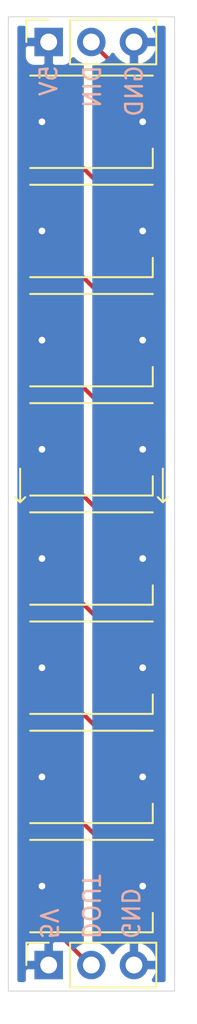
<source format=kicad_pcb>
(kicad_pcb (version 20171130) (host pcbnew "(5.1.2)-2")

  (general
    (thickness 1.6)
    (drawings 17)
    (tracks 74)
    (zones 0)
    (modules 10)
    (nets 12)
  )

  (page A4)
  (layers
    (0 F.Cu signal)
    (31 B.Cu signal)
    (32 B.Adhes user)
    (33 F.Adhes user)
    (34 B.Paste user)
    (35 F.Paste user)
    (36 B.SilkS user)
    (37 F.SilkS user)
    (38 B.Mask user)
    (39 F.Mask user)
    (40 Dwgs.User user)
    (41 Cmts.User user)
    (42 Eco1.User user)
    (43 Eco2.User user)
    (44 Edge.Cuts user)
    (45 Margin user)
    (46 B.CrtYd user)
    (47 F.CrtYd user)
    (48 B.Fab user hide)
    (49 F.Fab user hide)
  )

  (setup
    (last_trace_width 0.25)
    (trace_clearance 0.2)
    (zone_clearance 0.508)
    (zone_45_only no)
    (trace_min 0.2)
    (via_size 0.8)
    (via_drill 0.4)
    (via_min_size 0.4)
    (via_min_drill 0.3)
    (uvia_size 0.3)
    (uvia_drill 0.1)
    (uvias_allowed no)
    (uvia_min_size 0.2)
    (uvia_min_drill 0.1)
    (edge_width 0.05)
    (segment_width 0.2)
    (pcb_text_width 0.3)
    (pcb_text_size 1.5 1.5)
    (mod_edge_width 0.12)
    (mod_text_size 1 1)
    (mod_text_width 0.15)
    (pad_size 1.524 1.524)
    (pad_drill 0.762)
    (pad_to_mask_clearance 0.051)
    (solder_mask_min_width 0.25)
    (aux_axis_origin 0 0)
    (visible_elements 7FFFFFFF)
    (pcbplotparams
      (layerselection 0x010fc_ffffffff)
      (usegerberextensions true)
      (usegerberattributes false)
      (usegerberadvancedattributes false)
      (creategerberjobfile false)
      (excludeedgelayer true)
      (linewidth 0.100000)
      (plotframeref false)
      (viasonmask false)
      (mode 1)
      (useauxorigin false)
      (hpglpennumber 1)
      (hpglpenspeed 20)
      (hpglpendiameter 15.000000)
      (psnegative false)
      (psa4output false)
      (plotreference true)
      (plotvalue true)
      (plotinvisibletext false)
      (padsonsilk false)
      (subtractmaskfromsilk false)
      (outputformat 1)
      (mirror false)
      (drillshape 0)
      (scaleselection 1)
      (outputdirectory "gerb_leds"))
  )

  (net 0 "")
  (net 1 "Net-(D1-Pad2)")
  (net 2 /DIN)
  (net 3 GND)
  (net 4 "Net-(D2-Pad2)")
  (net 5 "Net-(D3-Pad2)")
  (net 6 "Net-(D4-Pad2)")
  (net 7 "Net-(D5-Pad2)")
  (net 8 "Net-(D6-Pad2)")
  (net 9 "Net-(D7-Pad2)")
  (net 10 /DOUT)
  (net 11 +5V)

  (net_class Default "This is the default net class."
    (clearance 0.2)
    (trace_width 0.25)
    (via_dia 0.8)
    (via_drill 0.4)
    (uvia_dia 0.3)
    (uvia_drill 0.1)
    (add_net +5V)
    (add_net /DIN)
    (add_net /DOUT)
    (add_net GND)
    (add_net "Net-(D1-Pad2)")
    (add_net "Net-(D2-Pad2)")
    (add_net "Net-(D3-Pad2)")
    (add_net "Net-(D4-Pad2)")
    (add_net "Net-(D5-Pad2)")
    (add_net "Net-(D6-Pad2)")
    (add_net "Net-(D7-Pad2)")
  )

  (module Connector_PinSocket_2.54mm:PinSocket_1x03_P2.54mm_Vertical (layer F.Cu) (tedit 5A19A429) (tstamp 5D8B398D)
    (at 157.4 101.45 90)
    (descr "Through hole straight socket strip, 1x03, 2.54mm pitch, single row (from Kicad 4.0.7), script generated")
    (tags "Through hole socket strip THT 1x03 2.54mm single row")
    (path /5D8F4F44)
    (fp_text reference J2 (at 0 -2.77 90) (layer F.SilkS) hide
      (effects (font (size 1 1) (thickness 0.15)))
    )
    (fp_text value CONN_IN (at 0 7.85 90) (layer F.SilkS) hide
      (effects (font (size 1 1) (thickness 0.15)))
    )
    (fp_text user %R (at 0 2.54) (layer F.SilkS) hide
      (effects (font (size 1 1) (thickness 0.15)))
    )
    (fp_line (start -1.8 6.85) (end -1.8 -1.8) (layer F.CrtYd) (width 0.05))
    (fp_line (start 1.75 6.85) (end -1.8 6.85) (layer F.CrtYd) (width 0.05))
    (fp_line (start 1.75 -1.8) (end 1.75 6.85) (layer F.CrtYd) (width 0.05))
    (fp_line (start -1.8 -1.8) (end 1.75 -1.8) (layer F.CrtYd) (width 0.05))
    (fp_line (start 0 -1.33) (end 1.33 -1.33) (layer F.SilkS) (width 0.12))
    (fp_line (start 1.33 -1.33) (end 1.33 0) (layer F.SilkS) (width 0.12))
    (fp_line (start 1.33 1.27) (end 1.33 6.41) (layer F.SilkS) (width 0.12))
    (fp_line (start -1.33 6.41) (end 1.33 6.41) (layer F.SilkS) (width 0.12))
    (fp_line (start -1.33 1.27) (end -1.33 6.41) (layer F.SilkS) (width 0.12))
    (fp_line (start -1.33 1.27) (end 1.33 1.27) (layer F.SilkS) (width 0.12))
    (fp_line (start -1.27 6.35) (end -1.27 -1.27) (layer F.Fab) (width 0.1))
    (fp_line (start 1.27 6.35) (end -1.27 6.35) (layer F.Fab) (width 0.1))
    (fp_line (start 1.27 -0.635) (end 1.27 6.35) (layer F.Fab) (width 0.1))
    (fp_line (start 0.635 -1.27) (end 1.27 -0.635) (layer F.Fab) (width 0.1))
    (fp_line (start -1.27 -1.27) (end 0.635 -1.27) (layer F.Fab) (width 0.1))
    (pad 3 thru_hole oval (at 0 5.08 90) (size 1.7 1.7) (drill 1) (layers *.Cu *.Mask)
      (net 3 GND))
    (pad 2 thru_hole oval (at 0 2.54 90) (size 1.7 1.7) (drill 1) (layers *.Cu *.Mask)
      (net 10 /DOUT))
    (pad 1 thru_hole rect (at 0 0 90) (size 1.7 1.7) (drill 1) (layers *.Cu *.Mask)
      (net 11 +5V))
  )

  (module Connector_PinSocket_2.54mm:PinSocket_1x03_P2.54mm_Vertical (layer F.Cu) (tedit 5A19A429) (tstamp 5D8B503B)
    (at 157.4 46.5 90)
    (descr "Through hole straight socket strip, 1x03, 2.54mm pitch, single row (from Kicad 4.0.7), script generated")
    (tags "Through hole socket strip THT 1x03 2.54mm single row")
    (path /5D8F15BB)
    (fp_text reference J1 (at 0 -2.77 90) (layer F.SilkS) hide
      (effects (font (size 1 1) (thickness 0.15)))
    )
    (fp_text value CONN_IN (at 0 7.85 90) (layer F.SilkS) hide
      (effects (font (size 1 1) (thickness 0.15)))
    )
    (fp_text user %R (at 0 2.54) (layer F.SilkS) hide
      (effects (font (size 1 1) (thickness 0.15)))
    )
    (fp_line (start -1.8 6.85) (end -1.8 -1.8) (layer F.CrtYd) (width 0.05))
    (fp_line (start 1.75 6.85) (end -1.8 6.85) (layer F.CrtYd) (width 0.05))
    (fp_line (start 1.75 -1.8) (end 1.75 6.85) (layer F.CrtYd) (width 0.05))
    (fp_line (start -1.8 -1.8) (end 1.75 -1.8) (layer F.CrtYd) (width 0.05))
    (fp_line (start 0 -1.33) (end 1.33 -1.33) (layer F.SilkS) (width 0.12))
    (fp_line (start 1.33 -1.33) (end 1.33 0) (layer F.SilkS) (width 0.12))
    (fp_line (start 1.33 1.27) (end 1.33 6.41) (layer F.SilkS) (width 0.12))
    (fp_line (start -1.33 6.41) (end 1.33 6.41) (layer F.SilkS) (width 0.12))
    (fp_line (start -1.33 1.27) (end -1.33 6.41) (layer F.SilkS) (width 0.12))
    (fp_line (start -1.33 1.27) (end 1.33 1.27) (layer F.SilkS) (width 0.12))
    (fp_line (start -1.27 6.35) (end -1.27 -1.27) (layer F.Fab) (width 0.1))
    (fp_line (start 1.27 6.35) (end -1.27 6.35) (layer F.Fab) (width 0.1))
    (fp_line (start 1.27 -0.635) (end 1.27 6.35) (layer F.Fab) (width 0.1))
    (fp_line (start 0.635 -1.27) (end 1.27 -0.635) (layer F.Fab) (width 0.1))
    (fp_line (start -1.27 -1.27) (end 0.635 -1.27) (layer F.Fab) (width 0.1))
    (pad 3 thru_hole oval (at 0 5.08 90) (size 1.7 1.7) (drill 1) (layers *.Cu *.Mask)
      (net 3 GND))
    (pad 2 thru_hole oval (at 0 2.54 90) (size 1.7 1.7) (drill 1) (layers *.Cu *.Mask)
      (net 2 /DIN))
    (pad 1 thru_hole rect (at 0 0 90) (size 1.7 1.7) (drill 1) (layers *.Cu *.Mask)
      (net 11 +5V))
  )

  (module LED_SMD:LED_WS2812B_PLCC4_5.0x5.0mm_P3.2mm (layer F.Cu) (tedit 5AA4B285) (tstamp 5D8B5377)
    (at 159.95 96.75)
    (descr https://cdn-shop.adafruit.com/datasheets/WS2812B.pdf)
    (tags "LED RGB NeoPixel")
    (path /5D8D2E6C)
    (attr smd)
    (fp_text reference D8 (at 0 -3.5) (layer F.SilkS) hide
      (effects (font (size 1 1) (thickness 0.15)))
    )
    (fp_text value WS2812B (at 0 4) (layer F.SilkS) hide
      (effects (font (size 1 1) (thickness 0.15)))
    )
    (fp_circle (center 0 0) (end 0 -2) (layer F.Fab) (width 0.1))
    (fp_line (start 3.65 2.75) (end 3.65 1.6) (layer F.SilkS) (width 0.12))
    (fp_line (start -3.65 2.75) (end 3.65 2.75) (layer F.SilkS) (width 0.12))
    (fp_line (start -3.65 -2.75) (end 3.65 -2.75) (layer F.SilkS) (width 0.12))
    (fp_line (start 2.5 -2.5) (end -2.5 -2.5) (layer F.Fab) (width 0.1))
    (fp_line (start 2.5 2.5) (end 2.5 -2.5) (layer F.Fab) (width 0.1))
    (fp_line (start -2.5 2.5) (end 2.5 2.5) (layer F.Fab) (width 0.1))
    (fp_line (start -2.5 -2.5) (end -2.5 2.5) (layer F.Fab) (width 0.1))
    (fp_line (start 2.5 1.5) (end 1.5 2.5) (layer F.Fab) (width 0.1))
    (fp_line (start -3.45 -2.75) (end -3.45 2.75) (layer F.CrtYd) (width 0.05))
    (fp_line (start -3.45 2.75) (end 3.45 2.75) (layer F.CrtYd) (width 0.05))
    (fp_line (start 3.45 2.75) (end 3.45 -2.75) (layer F.CrtYd) (width 0.05))
    (fp_line (start 3.45 -2.75) (end -3.45 -2.75) (layer F.CrtYd) (width 0.05))
    (fp_text user %R (at 0 0) (layer F.SilkS) hide
      (effects (font (size 0.8 0.8) (thickness 0.15)))
    )
    (fp_text user 1 (at -4.15 -1.6) (layer F.SilkS) hide
      (effects (font (size 1 1) (thickness 0.15)))
    )
    (pad 1 smd rect (at -2.45 -1.6) (size 1.5 1) (layers F.Cu F.Paste F.Mask)
      (net 11 +5V))
    (pad 2 smd rect (at -2.45 1.6) (size 1.5 1) (layers F.Cu F.Paste F.Mask)
      (net 10 /DOUT))
    (pad 4 smd rect (at 2.45 -1.6) (size 1.5 1) (layers F.Cu F.Paste F.Mask)
      (net 9 "Net-(D7-Pad2)"))
    (pad 3 smd rect (at 2.45 1.6) (size 1.5 1) (layers F.Cu F.Paste F.Mask)
      (net 3 GND))
    (model ${KISYS3DMOD}/LED_SMD.3dshapes/LED_RGB_5050-6.step
      (at (xyz 0 0 0))
      (scale (xyz 1 1 1))
      (rotate (xyz 0 0 0))
    )
  )

  (module LED_SMD:LED_WS2812B_PLCC4_5.0x5.0mm_P3.2mm (layer F.Cu) (tedit 5AA4B285) (tstamp 5D8B3903)
    (at 159.95 90.25)
    (descr https://cdn-shop.adafruit.com/datasheets/WS2812B.pdf)
    (tags "LED RGB NeoPixel")
    (path /5D8D2E4C)
    (attr smd)
    (fp_text reference D7 (at 0 -3.5) (layer F.SilkS) hide
      (effects (font (size 1 1) (thickness 0.15)))
    )
    (fp_text value WS2812B (at 0 4) (layer F.SilkS) hide
      (effects (font (size 1 1) (thickness 0.15)))
    )
    (fp_circle (center 0 0) (end 0 -2) (layer F.Fab) (width 0.1))
    (fp_line (start 3.65 2.75) (end 3.65 1.6) (layer F.SilkS) (width 0.12))
    (fp_line (start -3.65 2.75) (end 3.65 2.75) (layer F.SilkS) (width 0.12))
    (fp_line (start -3.65 -2.75) (end 3.65 -2.75) (layer F.SilkS) (width 0.12))
    (fp_line (start 2.5 -2.5) (end -2.5 -2.5) (layer F.Fab) (width 0.1))
    (fp_line (start 2.5 2.5) (end 2.5 -2.5) (layer F.Fab) (width 0.1))
    (fp_line (start -2.5 2.5) (end 2.5 2.5) (layer F.Fab) (width 0.1))
    (fp_line (start -2.5 -2.5) (end -2.5 2.5) (layer F.Fab) (width 0.1))
    (fp_line (start 2.5 1.5) (end 1.5 2.5) (layer F.Fab) (width 0.1))
    (fp_line (start -3.45 -2.75) (end -3.45 2.75) (layer F.CrtYd) (width 0.05))
    (fp_line (start -3.45 2.75) (end 3.45 2.75) (layer F.CrtYd) (width 0.05))
    (fp_line (start 3.45 2.75) (end 3.45 -2.75) (layer F.CrtYd) (width 0.05))
    (fp_line (start 3.45 -2.75) (end -3.45 -2.75) (layer F.CrtYd) (width 0.05))
    (fp_text user %R (at 0 0) (layer F.SilkS) hide
      (effects (font (size 0.8 0.8) (thickness 0.15)))
    )
    (fp_text user 1 (at -4.15 -1.6) (layer F.SilkS) hide
      (effects (font (size 1 1) (thickness 0.15)))
    )
    (pad 1 smd rect (at -2.45 -1.6) (size 1.5 1) (layers F.Cu F.Paste F.Mask)
      (net 11 +5V))
    (pad 2 smd rect (at -2.45 1.6) (size 1.5 1) (layers F.Cu F.Paste F.Mask)
      (net 9 "Net-(D7-Pad2)"))
    (pad 4 smd rect (at 2.45 -1.6) (size 1.5 1) (layers F.Cu F.Paste F.Mask)
      (net 8 "Net-(D6-Pad2)"))
    (pad 3 smd rect (at 2.45 1.6) (size 1.5 1) (layers F.Cu F.Paste F.Mask)
      (net 3 GND))
    (model ${KISYS3DMOD}/LED_SMD.3dshapes/LED_RGB_5050-6.step
      (at (xyz 0 0 0))
      (scale (xyz 1 1 1))
      (rotate (xyz 0 0 0))
    )
  )

  (module LED_SMD:LED_WS2812B_PLCC4_5.0x5.0mm_P3.2mm (layer F.Cu) (tedit 5AA4B285) (tstamp 5D8B38EC)
    (at 159.95 83.75)
    (descr https://cdn-shop.adafruit.com/datasheets/WS2812B.pdf)
    (tags "LED RGB NeoPixel")
    (path /5D8D2E2B)
    (attr smd)
    (fp_text reference D6 (at 0 -3.5) (layer F.SilkS) hide
      (effects (font (size 1 1) (thickness 0.15)))
    )
    (fp_text value WS2812B (at 0 4) (layer F.SilkS) hide
      (effects (font (size 1 1) (thickness 0.15)))
    )
    (fp_circle (center 0 0) (end 0 -2) (layer F.Fab) (width 0.1))
    (fp_line (start 3.65 2.75) (end 3.65 1.6) (layer F.SilkS) (width 0.12))
    (fp_line (start -3.65 2.75) (end 3.65 2.75) (layer F.SilkS) (width 0.12))
    (fp_line (start -3.65 -2.75) (end 3.65 -2.75) (layer F.SilkS) (width 0.12))
    (fp_line (start 2.5 -2.5) (end -2.5 -2.5) (layer F.Fab) (width 0.1))
    (fp_line (start 2.5 2.5) (end 2.5 -2.5) (layer F.Fab) (width 0.1))
    (fp_line (start -2.5 2.5) (end 2.5 2.5) (layer F.Fab) (width 0.1))
    (fp_line (start -2.5 -2.5) (end -2.5 2.5) (layer F.Fab) (width 0.1))
    (fp_line (start 2.5 1.5) (end 1.5 2.5) (layer F.Fab) (width 0.1))
    (fp_line (start -3.45 -2.75) (end -3.45 2.75) (layer F.CrtYd) (width 0.05))
    (fp_line (start -3.45 2.75) (end 3.45 2.75) (layer F.CrtYd) (width 0.05))
    (fp_line (start 3.45 2.75) (end 3.45 -2.75) (layer F.CrtYd) (width 0.05))
    (fp_line (start 3.45 -2.75) (end -3.45 -2.75) (layer F.CrtYd) (width 0.05))
    (fp_text user %R (at 0 0) (layer F.SilkS) hide
      (effects (font (size 0.8 0.8) (thickness 0.15)))
    )
    (fp_text user 1 (at -4.15 -1.6) (layer F.SilkS) hide
      (effects (font (size 1 1) (thickness 0.15)))
    )
    (pad 1 smd rect (at -2.45 -1.6) (size 1.5 1) (layers F.Cu F.Paste F.Mask)
      (net 11 +5V))
    (pad 2 smd rect (at -2.45 1.6) (size 1.5 1) (layers F.Cu F.Paste F.Mask)
      (net 8 "Net-(D6-Pad2)"))
    (pad 4 smd rect (at 2.45 -1.6) (size 1.5 1) (layers F.Cu F.Paste F.Mask)
      (net 7 "Net-(D5-Pad2)"))
    (pad 3 smd rect (at 2.45 1.6) (size 1.5 1) (layers F.Cu F.Paste F.Mask)
      (net 3 GND))
    (model ${KISYS3DMOD}/LED_SMD.3dshapes/LED_RGB_5050-6.step
      (at (xyz 0 0 0))
      (scale (xyz 1 1 1))
      (rotate (xyz 0 0 0))
    )
  )

  (module LED_SMD:LED_WS2812B_PLCC4_5.0x5.0mm_P3.2mm (layer F.Cu) (tedit 5AA4B285) (tstamp 5D8B38D5)
    (at 159.95 77.25)
    (descr https://cdn-shop.adafruit.com/datasheets/WS2812B.pdf)
    (tags "LED RGB NeoPixel")
    (path /5D8D2E0A)
    (attr smd)
    (fp_text reference D5 (at 0 -3.5) (layer F.SilkS) hide
      (effects (font (size 1 1) (thickness 0.15)))
    )
    (fp_text value WS2812B (at 0 4) (layer F.SilkS) hide
      (effects (font (size 1 1) (thickness 0.15)))
    )
    (fp_circle (center 0 0) (end 0 -2) (layer F.Fab) (width 0.1))
    (fp_line (start 3.65 2.75) (end 3.65 1.6) (layer F.SilkS) (width 0.12))
    (fp_line (start -3.65 2.75) (end 3.65 2.75) (layer F.SilkS) (width 0.12))
    (fp_line (start -3.65 -2.75) (end 3.65 -2.75) (layer F.SilkS) (width 0.12))
    (fp_line (start 2.5 -2.5) (end -2.5 -2.5) (layer F.Fab) (width 0.1))
    (fp_line (start 2.5 2.5) (end 2.5 -2.5) (layer F.Fab) (width 0.1))
    (fp_line (start -2.5 2.5) (end 2.5 2.5) (layer F.Fab) (width 0.1))
    (fp_line (start -2.5 -2.5) (end -2.5 2.5) (layer F.Fab) (width 0.1))
    (fp_line (start 2.5 1.5) (end 1.5 2.5) (layer F.Fab) (width 0.1))
    (fp_line (start -3.45 -2.75) (end -3.45 2.75) (layer F.CrtYd) (width 0.05))
    (fp_line (start -3.45 2.75) (end 3.45 2.75) (layer F.CrtYd) (width 0.05))
    (fp_line (start 3.45 2.75) (end 3.45 -2.75) (layer F.CrtYd) (width 0.05))
    (fp_line (start 3.45 -2.75) (end -3.45 -2.75) (layer F.CrtYd) (width 0.05))
    (fp_text user %R (at 0 0) (layer F.SilkS) hide
      (effects (font (size 0.8 0.8) (thickness 0.15)))
    )
    (fp_text user 1 (at -4.15 -1.6) (layer F.SilkS) hide
      (effects (font (size 1 1) (thickness 0.15)))
    )
    (pad 1 smd rect (at -2.45 -1.6) (size 1.5 1) (layers F.Cu F.Paste F.Mask)
      (net 11 +5V))
    (pad 2 smd rect (at -2.45 1.6) (size 1.5 1) (layers F.Cu F.Paste F.Mask)
      (net 7 "Net-(D5-Pad2)"))
    (pad 4 smd rect (at 2.45 -1.6) (size 1.5 1) (layers F.Cu F.Paste F.Mask)
      (net 6 "Net-(D4-Pad2)"))
    (pad 3 smd rect (at 2.45 1.6) (size 1.5 1) (layers F.Cu F.Paste F.Mask)
      (net 3 GND))
    (model ${KISYS3DMOD}/LED_SMD.3dshapes/LED_RGB_5050-6.step
      (at (xyz 0 0 0))
      (scale (xyz 1 1 1))
      (rotate (xyz 0 0 0))
    )
  )

  (module LED_SMD:LED_WS2812B_PLCC4_5.0x5.0mm_P3.2mm (layer F.Cu) (tedit 5AA4B285) (tstamp 5D8B38BE)
    (at 159.95 70.75)
    (descr https://cdn-shop.adafruit.com/datasheets/WS2812B.pdf)
    (tags "LED RGB NeoPixel")
    (path /5D8CF818)
    (attr smd)
    (fp_text reference D4 (at 0 -3.5) (layer F.SilkS) hide
      (effects (font (size 1 1) (thickness 0.15)))
    )
    (fp_text value WS2812B (at 0 4) (layer F.SilkS) hide
      (effects (font (size 1 1) (thickness 0.15)))
    )
    (fp_circle (center 0 0) (end 0 -2) (layer F.Fab) (width 0.1))
    (fp_line (start 3.65 2.75) (end 3.65 1.6) (layer F.SilkS) (width 0.12))
    (fp_line (start -3.65 2.75) (end 3.65 2.75) (layer F.SilkS) (width 0.12))
    (fp_line (start -3.65 -2.75) (end 3.65 -2.75) (layer F.SilkS) (width 0.12))
    (fp_line (start 2.5 -2.5) (end -2.5 -2.5) (layer F.Fab) (width 0.1))
    (fp_line (start 2.5 2.5) (end 2.5 -2.5) (layer F.Fab) (width 0.1))
    (fp_line (start -2.5 2.5) (end 2.5 2.5) (layer F.Fab) (width 0.1))
    (fp_line (start -2.5 -2.5) (end -2.5 2.5) (layer F.Fab) (width 0.1))
    (fp_line (start 2.5 1.5) (end 1.5 2.5) (layer F.Fab) (width 0.1))
    (fp_line (start -3.45 -2.75) (end -3.45 2.75) (layer F.CrtYd) (width 0.05))
    (fp_line (start -3.45 2.75) (end 3.45 2.75) (layer F.CrtYd) (width 0.05))
    (fp_line (start 3.45 2.75) (end 3.45 -2.75) (layer F.CrtYd) (width 0.05))
    (fp_line (start 3.45 -2.75) (end -3.45 -2.75) (layer F.CrtYd) (width 0.05))
    (fp_text user %R (at 0 0) (layer F.SilkS) hide
      (effects (font (size 0.8 0.8) (thickness 0.15)))
    )
    (fp_text user 1 (at -4.15 -1.6) (layer F.SilkS) hide
      (effects (font (size 1 1) (thickness 0.15)))
    )
    (pad 1 smd rect (at -2.45 -1.6) (size 1.5 1) (layers F.Cu F.Paste F.Mask)
      (net 11 +5V))
    (pad 2 smd rect (at -2.45 1.6) (size 1.5 1) (layers F.Cu F.Paste F.Mask)
      (net 6 "Net-(D4-Pad2)"))
    (pad 4 smd rect (at 2.45 -1.6) (size 1.5 1) (layers F.Cu F.Paste F.Mask)
      (net 5 "Net-(D3-Pad2)"))
    (pad 3 smd rect (at 2.45 1.6) (size 1.5 1) (layers F.Cu F.Paste F.Mask)
      (net 3 GND))
    (model ${KISYS3DMOD}/LED_SMD.3dshapes/LED_RGB_5050-6.step
      (at (xyz 0 0 0))
      (scale (xyz 1 1 1))
      (rotate (xyz 0 0 0))
    )
  )

  (module LED_SMD:LED_WS2812B_PLCC4_5.0x5.0mm_P3.2mm (layer F.Cu) (tedit 5AA4B285) (tstamp 5D8B38A7)
    (at 159.95 64.25)
    (descr https://cdn-shop.adafruit.com/datasheets/WS2812B.pdf)
    (tags "LED RGB NeoPixel")
    (path /5D8CF7F7)
    (attr smd)
    (fp_text reference D3 (at 0 -3.5) (layer F.SilkS) hide
      (effects (font (size 1 1) (thickness 0.15)))
    )
    (fp_text value WS2812B (at 0 4) (layer F.SilkS) hide
      (effects (font (size 1 1) (thickness 0.15)))
    )
    (fp_circle (center 0 0) (end 0 -2) (layer F.Fab) (width 0.1))
    (fp_line (start 3.65 2.75) (end 3.65 1.6) (layer F.SilkS) (width 0.12))
    (fp_line (start -3.65 2.75) (end 3.65 2.75) (layer F.SilkS) (width 0.12))
    (fp_line (start -3.65 -2.75) (end 3.65 -2.75) (layer F.SilkS) (width 0.12))
    (fp_line (start 2.5 -2.5) (end -2.5 -2.5) (layer F.Fab) (width 0.1))
    (fp_line (start 2.5 2.5) (end 2.5 -2.5) (layer F.Fab) (width 0.1))
    (fp_line (start -2.5 2.5) (end 2.5 2.5) (layer F.Fab) (width 0.1))
    (fp_line (start -2.5 -2.5) (end -2.5 2.5) (layer F.Fab) (width 0.1))
    (fp_line (start 2.5 1.5) (end 1.5 2.5) (layer F.Fab) (width 0.1))
    (fp_line (start -3.45 -2.75) (end -3.45 2.75) (layer F.CrtYd) (width 0.05))
    (fp_line (start -3.45 2.75) (end 3.45 2.75) (layer F.CrtYd) (width 0.05))
    (fp_line (start 3.45 2.75) (end 3.45 -2.75) (layer F.CrtYd) (width 0.05))
    (fp_line (start 3.45 -2.75) (end -3.45 -2.75) (layer F.CrtYd) (width 0.05))
    (fp_text user %R (at 0 0) (layer F.SilkS) hide
      (effects (font (size 0.8 0.8) (thickness 0.15)))
    )
    (fp_text user 1 (at -4.15 -1.6) (layer F.SilkS) hide
      (effects (font (size 1 1) (thickness 0.15)))
    )
    (pad 1 smd rect (at -2.45 -1.6) (size 1.5 1) (layers F.Cu F.Paste F.Mask)
      (net 11 +5V))
    (pad 2 smd rect (at -2.45 1.6) (size 1.5 1) (layers F.Cu F.Paste F.Mask)
      (net 5 "Net-(D3-Pad2)"))
    (pad 4 smd rect (at 2.45 -1.6) (size 1.5 1) (layers F.Cu F.Paste F.Mask)
      (net 4 "Net-(D2-Pad2)"))
    (pad 3 smd rect (at 2.45 1.6) (size 1.5 1) (layers F.Cu F.Paste F.Mask)
      (net 3 GND))
    (model ${KISYS3DMOD}/LED_SMD.3dshapes/LED_RGB_5050-6.step
      (at (xyz 0 0 0))
      (scale (xyz 1 1 1))
      (rotate (xyz 0 0 0))
    )
  )

  (module LED_SMD:LED_WS2812B_PLCC4_5.0x5.0mm_P3.2mm (layer F.Cu) (tedit 5AA4B285) (tstamp 5D8B4B8D)
    (at 159.95 57.75)
    (descr https://cdn-shop.adafruit.com/datasheets/WS2812B.pdf)
    (tags "LED RGB NeoPixel")
    (path /5D8CD971)
    (attr smd)
    (fp_text reference D2 (at 0 -3.5) (layer F.SilkS) hide
      (effects (font (size 1 1) (thickness 0.15)))
    )
    (fp_text value WS2812B (at 0 4) (layer F.SilkS) hide
      (effects (font (size 1 1) (thickness 0.15)))
    )
    (fp_circle (center 0 0) (end 0 -2) (layer F.Fab) (width 0.1))
    (fp_line (start 3.65 2.75) (end 3.65 1.6) (layer F.SilkS) (width 0.12))
    (fp_line (start -3.65 2.75) (end 3.65 2.75) (layer F.SilkS) (width 0.12))
    (fp_line (start -3.65 -2.75) (end 3.65 -2.75) (layer F.SilkS) (width 0.12))
    (fp_line (start 2.5 -2.5) (end -2.5 -2.5) (layer F.Fab) (width 0.1))
    (fp_line (start 2.5 2.5) (end 2.5 -2.5) (layer F.Fab) (width 0.1))
    (fp_line (start -2.5 2.5) (end 2.5 2.5) (layer F.Fab) (width 0.1))
    (fp_line (start -2.5 -2.5) (end -2.5 2.5) (layer F.Fab) (width 0.1))
    (fp_line (start 2.5 1.5) (end 1.5 2.5) (layer F.Fab) (width 0.1))
    (fp_line (start -3.45 -2.75) (end -3.45 2.75) (layer F.CrtYd) (width 0.05))
    (fp_line (start -3.45 2.75) (end 3.45 2.75) (layer F.CrtYd) (width 0.05))
    (fp_line (start 3.45 2.75) (end 3.45 -2.75) (layer F.CrtYd) (width 0.05))
    (fp_line (start 3.45 -2.75) (end -3.45 -2.75) (layer F.CrtYd) (width 0.05))
    (fp_text user %R (at 0 0) (layer F.SilkS) hide
      (effects (font (size 0.8 0.8) (thickness 0.15)))
    )
    (fp_text user 1 (at -4.15 -1.6) (layer F.SilkS) hide
      (effects (font (size 1 1) (thickness 0.15)))
    )
    (pad 1 smd rect (at -2.45 -1.6) (size 1.5 1) (layers F.Cu F.Paste F.Mask)
      (net 11 +5V))
    (pad 2 smd rect (at -2.45 1.6) (size 1.5 1) (layers F.Cu F.Paste F.Mask)
      (net 4 "Net-(D2-Pad2)"))
    (pad 4 smd rect (at 2.45 -1.6) (size 1.5 1) (layers F.Cu F.Paste F.Mask)
      (net 1 "Net-(D1-Pad2)"))
    (pad 3 smd rect (at 2.45 1.6) (size 1.5 1) (layers F.Cu F.Paste F.Mask)
      (net 3 GND))
    (model ${KISYS3DMOD}/LED_SMD.3dshapes/LED_RGB_5050-6.step
      (at (xyz 0 0 0))
      (scale (xyz 1 1 1))
      (rotate (xyz 0 0 0))
    )
  )

  (module LED_SMD:LED_WS2812B_PLCC4_5.0x5.0mm_P3.2mm (layer F.Cu) (tedit 5AA4B285) (tstamp 5D8B4B34)
    (at 159.95 51.25)
    (descr https://cdn-shop.adafruit.com/datasheets/WS2812B.pdf)
    (tags "LED RGB NeoPixel")
    (path /5D8CC113)
    (attr smd)
    (fp_text reference D1 (at 0 -3.5) (layer F.SilkS) hide
      (effects (font (size 1 1) (thickness 0.15)))
    )
    (fp_text value WS2812B (at 0 4) (layer F.SilkS) hide
      (effects (font (size 1 1) (thickness 0.15)))
    )
    (fp_circle (center 0 0) (end 0 -2) (layer F.Fab) (width 0.1))
    (fp_line (start 3.65 2.75) (end 3.65 1.6) (layer F.SilkS) (width 0.12))
    (fp_line (start -3.65 2.75) (end 3.65 2.75) (layer F.SilkS) (width 0.12))
    (fp_line (start -3.65 -2.75) (end 3.65 -2.75) (layer F.SilkS) (width 0.12))
    (fp_line (start 2.5 -2.5) (end -2.5 -2.5) (layer F.Fab) (width 0.1))
    (fp_line (start 2.5 2.5) (end 2.5 -2.5) (layer F.Fab) (width 0.1))
    (fp_line (start -2.5 2.5) (end 2.5 2.5) (layer F.Fab) (width 0.1))
    (fp_line (start -2.5 -2.5) (end -2.5 2.5) (layer F.Fab) (width 0.1))
    (fp_line (start 2.5 1.5) (end 1.5 2.5) (layer F.Fab) (width 0.1))
    (fp_line (start -3.45 -2.75) (end -3.45 2.75) (layer F.CrtYd) (width 0.05))
    (fp_line (start -3.45 2.75) (end 3.45 2.75) (layer F.CrtYd) (width 0.05))
    (fp_line (start 3.45 2.75) (end 3.45 -2.75) (layer F.CrtYd) (width 0.05))
    (fp_line (start 3.45 -2.75) (end -3.45 -2.75) (layer F.CrtYd) (width 0.05))
    (fp_text user %R (at 0 0) (layer F.SilkS) hide
      (effects (font (size 0.8 0.8) (thickness 0.15)))
    )
    (fp_text user 1 (at -4.15 -1.6) (layer F.SilkS) hide
      (effects (font (size 1 1) (thickness 0.15)))
    )
    (pad 1 smd rect (at -2.45 -1.6) (size 1.5 1) (layers F.Cu F.Paste F.Mask)
      (net 11 +5V))
    (pad 2 smd rect (at -2.45 1.6) (size 1.5 1) (layers F.Cu F.Paste F.Mask)
      (net 1 "Net-(D1-Pad2)"))
    (pad 4 smd rect (at 2.45 -1.6) (size 1.5 1) (layers F.Cu F.Paste F.Mask)
      (net 2 /DIN))
    (pad 3 smd rect (at 2.45 1.6) (size 1.5 1) (layers F.Cu F.Paste F.Mask)
      (net 3 GND))
    (model ${KISYS3DMOD}/LED_SMD.3dshapes/LED_RGB_5050-6.step
      (at (xyz 0 0 0))
      (scale (xyz 1 1 1))
      (rotate (xyz 0 0 0))
    )
  )

  (gr_line (start 164.2 71.9) (end 164.2 73.9) (layer F.SilkS) (width 0.12) (tstamp 5D8B5C61))
  (gr_line (start 164.2 73.9) (end 164.5 73.6) (layer F.SilkS) (width 0.12) (tstamp 5D8B5C60))
  (gr_line (start 164.2 73.9) (end 163.9 73.6) (layer F.SilkS) (width 0.12) (tstamp 5D8B5C5F))
  (gr_line (start 155.7 73.9) (end 156 73.6) (layer F.SilkS) (width 0.12))
  (gr_line (start 155.7 73.9) (end 155.4 73.6) (layer F.SilkS) (width 0.12))
  (gr_line (start 155.7 71.9) (end 155.7 73.9) (layer F.SilkS) (width 0.12))
  (gr_text 5V (at 157.4 47.8 90) (layer B.SilkS) (tstamp 5D8B58B0)
    (effects (font (size 1 1) (thickness 0.15)) (justify left mirror))
  )
  (gr_text GND (at 162.5 47.8 90) (layer B.SilkS) (tstamp 5D8B58AF)
    (effects (font (size 1 1) (thickness 0.15)) (justify left mirror))
  )
  (gr_text DIN (at 160 47.8 90) (layer B.SilkS) (tstamp 5D8B58AE)
    (effects (font (size 1 1) (thickness 0.15)) (justify left mirror))
  )
  (gr_text 5V (at 157.4 100 270) (layer B.SilkS) (tstamp 5D8B58A7)
    (effects (font (size 1 1) (thickness 0.15)) (justify left mirror))
  )
  (gr_text DOUT (at 159.9 100 270) (layer B.SilkS)
    (effects (font (size 1 1) (thickness 0.15)) (justify left mirror))
  )
  (gr_text GND (at 162.25 100 270) (layer B.SilkS) (tstamp 5D8B58A1)
    (effects (font (size 1 1) (thickness 0.15)) (justify left mirror))
  )
  (dimension 4.95 (width 0.15) (layer Margin)
    (gr_text "4.950 mm" (at 162.425 105.6) (layer Margin)
      (effects (font (size 1 1) (thickness 0.15)))
    )
    (feature1 (pts (xy 159.95 45) (xy 159.95 104.886421)))
    (feature2 (pts (xy 164.9 45) (xy 164.9 104.886421)))
    (crossbar (pts (xy 164.9 104.3) (xy 159.95 104.3)))
    (arrow1a (pts (xy 159.95 104.3) (xy 161.076504 103.713579)))
    (arrow1b (pts (xy 159.95 104.3) (xy 161.076504 104.886421)))
    (arrow2a (pts (xy 164.9 104.3) (xy 163.773496 103.713579)))
    (arrow2b (pts (xy 164.9 104.3) (xy 163.773496 104.886421)))
  )
  (gr_line (start 164.9 45) (end 155 45) (layer Edge.Cuts) (width 0.05) (tstamp 5D8B3AAE))
  (gr_line (start 164.9 103) (end 164.9 45) (layer Edge.Cuts) (width 0.05))
  (gr_line (start 155 103) (end 164.9 103) (layer Edge.Cuts) (width 0.05))
  (gr_line (start 155 45) (end 155 103) (layer Edge.Cuts) (width 0.05))

  (segment (start 161.6 56.15) (end 162.4 56.15) (width 0.25) (layer F.Cu) (net 1))
  (segment (start 157.5 52.85) (end 158.3 52.85) (width 0.25) (layer F.Cu) (net 1))
  (segment (start 158.3 52.85) (end 161.6 56.15) (width 0.25) (layer F.Cu) (net 1))
  (segment (start 162.4 48.96) (end 162.4 49.65) (width 0.25) (layer F.Cu) (net 2))
  (segment (start 159.94 46.5) (end 162.4 48.96) (width 0.25) (layer F.Cu) (net 2))
  (via (at 163 51.25) (size 0.8) (drill 0.4) (layers F.Cu B.Cu) (net 3))
  (via (at 163 57.75) (size 0.8) (drill 0.4) (layers F.Cu B.Cu) (net 3))
  (via (at 163 64.25) (size 0.8) (drill 0.4) (layers F.Cu B.Cu) (net 3))
  (via (at 163 70.75) (size 0.8) (drill 0.4) (layers F.Cu B.Cu) (net 3))
  (via (at 163 77.25) (size 0.8) (drill 0.4) (layers F.Cu B.Cu) (net 3))
  (via (at 163 83.75) (size 0.8) (drill 0.4) (layers F.Cu B.Cu) (net 3))
  (via (at 163 90.25) (size 0.8) (drill 0.4) (layers F.Cu B.Cu) (net 3))
  (via (at 163 96.75) (size 0.8) (drill 0.4) (layers F.Cu B.Cu) (net 3))
  (segment (start 163 97.75) (end 162.4 98.35) (width 0.5) (layer F.Cu) (net 3))
  (segment (start 163 96.75) (end 163 97.75) (width 0.5) (layer F.Cu) (net 3))
  (segment (start 163 91.25) (end 162.4 91.85) (width 0.5) (layer F.Cu) (net 3))
  (segment (start 163 90.25) (end 163 91.25) (width 0.5) (layer F.Cu) (net 3))
  (segment (start 163 84.75) (end 162.4 85.35) (width 0.5) (layer F.Cu) (net 3))
  (segment (start 163 83.75) (end 163 84.75) (width 0.5) (layer F.Cu) (net 3))
  (segment (start 163 78.25) (end 162.4 78.85) (width 0.5) (layer F.Cu) (net 3))
  (segment (start 163 77.25) (end 163 78.25) (width 0.5) (layer F.Cu) (net 3))
  (segment (start 163 71.75) (end 162.4 72.35) (width 0.5) (layer F.Cu) (net 3))
  (segment (start 163 70.75) (end 163 71.75) (width 0.5) (layer F.Cu) (net 3))
  (segment (start 163 65.25) (end 162.4 65.85) (width 0.5) (layer F.Cu) (net 3))
  (segment (start 163 64.25) (end 163 65.25) (width 0.5) (layer F.Cu) (net 3))
  (segment (start 163 58.75) (end 162.4 59.35) (width 0.5) (layer F.Cu) (net 3))
  (segment (start 163 57.75) (end 163 58.75) (width 0.5) (layer F.Cu) (net 3))
  (segment (start 163 52.25) (end 162.4 52.85) (width 0.5) (layer F.Cu) (net 3))
  (segment (start 163 51.25) (end 163 52.25) (width 0.5) (layer F.Cu) (net 3))
  (segment (start 161.6 62.65) (end 162.4 62.65) (width 0.25) (layer F.Cu) (net 4))
  (segment (start 157.5 59.35) (end 158.3 59.35) (width 0.25) (layer F.Cu) (net 4))
  (segment (start 158.3 59.35) (end 161.6 62.65) (width 0.25) (layer F.Cu) (net 4))
  (segment (start 161.55 69.15) (end 162.4 69.15) (width 0.25) (layer F.Cu) (net 5))
  (segment (start 157.5 65.85) (end 158.25 65.85) (width 0.25) (layer F.Cu) (net 5))
  (segment (start 158.25 65.85) (end 161.55 69.15) (width 0.25) (layer F.Cu) (net 5))
  (segment (start 161.6 75.65) (end 162.4 75.65) (width 0.25) (layer F.Cu) (net 6))
  (segment (start 157.5 72.35) (end 158.3 72.35) (width 0.25) (layer F.Cu) (net 6))
  (segment (start 158.3 72.35) (end 161.6 75.65) (width 0.25) (layer F.Cu) (net 6))
  (segment (start 158.35 78.85) (end 157.5 78.85) (width 0.25) (layer F.Cu) (net 7))
  (segment (start 162.4 82.15) (end 161.65 82.15) (width 0.25) (layer F.Cu) (net 7))
  (segment (start 161.65 82.15) (end 158.35 78.85) (width 0.25) (layer F.Cu) (net 7))
  (segment (start 158.3 85.35) (end 157.5 85.35) (width 0.25) (layer F.Cu) (net 8))
  (segment (start 162.4 88.65) (end 161.6 88.65) (width 0.25) (layer F.Cu) (net 8))
  (segment (start 161.6 88.65) (end 158.3 85.35) (width 0.25) (layer F.Cu) (net 8))
  (segment (start 161.6 95.15) (end 162.4 95.15) (width 0.25) (layer F.Cu) (net 9))
  (segment (start 157.5 91.85) (end 158.3 91.85) (width 0.25) (layer F.Cu) (net 9))
  (segment (start 158.3 91.85) (end 161.6 95.15) (width 0.25) (layer F.Cu) (net 9))
  (segment (start 159.85 101.45) (end 159.94 101.45) (width 0.25) (layer F.Cu) (net 10))
  (segment (start 157.5 99.1) (end 159.85 101.45) (width 0.25) (layer F.Cu) (net 10))
  (segment (start 157.5 98.35) (end 157.5 99.1) (width 0.25) (layer F.Cu) (net 10))
  (via (at 157 51.25) (size 0.8) (drill 0.4) (layers F.Cu B.Cu) (net 11))
  (via (at 157 57.75) (size 0.8) (drill 0.4) (layers F.Cu B.Cu) (net 11))
  (via (at 157 64.25) (size 0.8) (drill 0.4) (layers F.Cu B.Cu) (net 11))
  (via (at 157 70.75) (size 0.8) (drill 0.4) (layers F.Cu B.Cu) (net 11))
  (via (at 157 77.25) (size 0.8) (drill 0.4) (layers F.Cu B.Cu) (net 11))
  (via (at 157 83.75) (size 0.8) (drill 0.4) (layers F.Cu B.Cu) (net 11))
  (via (at 157 90.25) (size 0.8) (drill 0.4) (layers F.Cu B.Cu) (net 11))
  (via (at 157 96.75) (size 0.8) (drill 0.4) (layers F.Cu B.Cu) (net 11))
  (segment (start 157 95.65) (end 157.5 95.15) (width 0.5) (layer F.Cu) (net 11))
  (segment (start 157 96.75) (end 157 95.65) (width 0.5) (layer F.Cu) (net 11))
  (segment (start 157 89.15) (end 157.5 88.65) (width 0.5) (layer F.Cu) (net 11))
  (segment (start 157 90.25) (end 157 89.15) (width 0.5) (layer F.Cu) (net 11))
  (segment (start 157 82.65) (end 157.5 82.15) (width 0.5) (layer F.Cu) (net 11))
  (segment (start 157 83.75) (end 157 82.65) (width 0.5) (layer F.Cu) (net 11))
  (segment (start 157 76.15) (end 157.5 75.65) (width 0.5) (layer F.Cu) (net 11))
  (segment (start 157 77.25) (end 157 76.15) (width 0.5) (layer F.Cu) (net 11))
  (segment (start 157 69.65) (end 157.5 69.15) (width 0.5) (layer F.Cu) (net 11))
  (segment (start 157 70.75) (end 157 69.65) (width 0.5) (layer F.Cu) (net 11))
  (segment (start 157 63.15) (end 157.5 62.65) (width 0.5) (layer F.Cu) (net 11))
  (segment (start 157 64.25) (end 157 63.15) (width 0.5) (layer F.Cu) (net 11))
  (segment (start 157 56.65) (end 157.5 56.15) (width 0.5) (layer F.Cu) (net 11))
  (segment (start 157 57.75) (end 157 56.65) (width 0.5) (layer F.Cu) (net 11))
  (segment (start 157 50.15) (end 157.5 49.65) (width 0.5) (layer F.Cu) (net 11))
  (segment (start 157 51.25) (end 157 50.15) (width 0.5) (layer F.Cu) (net 11))

  (zone (net 11) (net_name +5V) (layer B.Cu) (tstamp 5D8DFF68) (hatch edge 0.508)
    (connect_pads (clearance 0.508))
    (min_thickness 0.254)
    (fill yes (arc_segments 32) (thermal_gap 0.508) (thermal_bridge_width 0.508))
    (polygon
      (pts
        (xy 160 44) (xy 154.5 44) (xy 154.5 103.5) (xy 160 103.5)
      )
    )
    (filled_polygon
      (pts
        (xy 155.915 46.21425) (xy 156.07375 46.373) (xy 157.273 46.373) (xy 157.273 46.353) (xy 157.527 46.353)
        (xy 157.527 46.373) (xy 157.547 46.373) (xy 157.547 46.627) (xy 157.527 46.627) (xy 157.527 47.82625)
        (xy 157.68575 47.985) (xy 158.25 47.988072) (xy 158.374482 47.975812) (xy 158.49418 47.939502) (xy 158.604494 47.880537)
        (xy 158.701185 47.801185) (xy 158.780537 47.704494) (xy 158.839502 47.59418) (xy 158.860393 47.525313) (xy 158.884866 47.555134)
        (xy 159.110986 47.740706) (xy 159.365 47.876479) (xy 159.365 100.073521) (xy 159.110986 100.209294) (xy 158.884866 100.394866)
        (xy 158.860393 100.424687) (xy 158.839502 100.35582) (xy 158.780537 100.245506) (xy 158.701185 100.148815) (xy 158.604494 100.069463)
        (xy 158.49418 100.010498) (xy 158.374482 99.974188) (xy 158.25 99.961928) (xy 157.68575 99.965) (xy 157.527 100.12375)
        (xy 157.527 101.323) (xy 157.547 101.323) (xy 157.547 101.577) (xy 157.527 101.577) (xy 157.527 101.597)
        (xy 157.273 101.597) (xy 157.273 101.577) (xy 156.07375 101.577) (xy 155.915 101.73575) (xy 155.911928 102.3)
        (xy 155.915868 102.34) (xy 155.66 102.34) (xy 155.66 100.6) (xy 155.911928 100.6) (xy 155.915 101.16425)
        (xy 156.07375 101.323) (xy 157.273 101.323) (xy 157.273 100.12375) (xy 157.11425 99.965) (xy 156.55 99.961928)
        (xy 156.425518 99.974188) (xy 156.30582 100.010498) (xy 156.195506 100.069463) (xy 156.098815 100.148815) (xy 156.019463 100.245506)
        (xy 155.960498 100.35582) (xy 155.924188 100.475518) (xy 155.911928 100.6) (xy 155.66 100.6) (xy 155.66 47.35)
        (xy 155.911928 47.35) (xy 155.924188 47.474482) (xy 155.960498 47.59418) (xy 156.019463 47.704494) (xy 156.098815 47.801185)
        (xy 156.195506 47.880537) (xy 156.30582 47.939502) (xy 156.425518 47.975812) (xy 156.55 47.988072) (xy 157.11425 47.985)
        (xy 157.273 47.82625) (xy 157.273 46.627) (xy 156.07375 46.627) (xy 155.915 46.78575) (xy 155.911928 47.35)
        (xy 155.66 47.35) (xy 155.66 45.66) (xy 155.911982 45.66)
      )
    )
  )
  (zone (net 3) (net_name GND) (layer B.Cu) (tstamp 5D8DFF65) (hatch edge 0.508)
    (priority 1)
    (connect_pads (clearance 0.508))
    (min_thickness 0.254)
    (fill yes (arc_segments 32) (thermal_gap 0.508) (thermal_bridge_width 0.508))
    (polygon
      (pts
        (xy 165 44) (xy 160 44) (xy 160 103.5) (xy 165 103.5)
      )
    )
    (filled_polygon
      (pts
        (xy 164.24 102.34) (xy 163.667386 102.34) (xy 163.675178 102.331355) (xy 163.824157 102.081252) (xy 163.921481 101.806891)
        (xy 163.800814 101.577) (xy 162.607 101.577) (xy 162.607 101.597) (xy 162.353 101.597) (xy 162.353 101.577)
        (xy 162.333 101.577) (xy 162.333 101.323) (xy 162.353 101.323) (xy 162.353 100.129845) (xy 162.607 100.129845)
        (xy 162.607 101.323) (xy 163.800814 101.323) (xy 163.921481 101.093109) (xy 163.824157 100.818748) (xy 163.675178 100.568645)
        (xy 163.480269 100.352412) (xy 163.24692 100.178359) (xy 162.984099 100.053175) (xy 162.83689 100.008524) (xy 162.607 100.129845)
        (xy 162.353 100.129845) (xy 162.12311 100.008524) (xy 161.975901 100.053175) (xy 161.71308 100.178359) (xy 161.479731 100.352412)
        (xy 161.284822 100.568645) (xy 161.215201 100.685523) (xy 161.180706 100.620986) (xy 160.995134 100.394866) (xy 160.769014 100.209294)
        (xy 160.511034 100.071401) (xy 160.231111 99.986487) (xy 160.127 99.976233) (xy 160.127 47.973767) (xy 160.231111 47.963513)
        (xy 160.511034 47.878599) (xy 160.769014 47.740706) (xy 160.995134 47.555134) (xy 161.180706 47.329014) (xy 161.215201 47.264477)
        (xy 161.284822 47.381355) (xy 161.479731 47.597588) (xy 161.71308 47.771641) (xy 161.975901 47.896825) (xy 162.12311 47.941476)
        (xy 162.353 47.820155) (xy 162.353 46.627) (xy 162.607 46.627) (xy 162.607 47.820155) (xy 162.83689 47.941476)
        (xy 162.984099 47.896825) (xy 163.24692 47.771641) (xy 163.480269 47.597588) (xy 163.675178 47.381355) (xy 163.824157 47.131252)
        (xy 163.921481 46.856891) (xy 163.800814 46.627) (xy 162.607 46.627) (xy 162.353 46.627) (xy 162.333 46.627)
        (xy 162.333 46.373) (xy 162.353 46.373) (xy 162.353 46.353) (xy 162.607 46.353) (xy 162.607 46.373)
        (xy 163.800814 46.373) (xy 163.921481 46.143109) (xy 163.824157 45.868748) (xy 163.699812 45.66) (xy 164.240001 45.66)
      )
    )
  )
)

</source>
